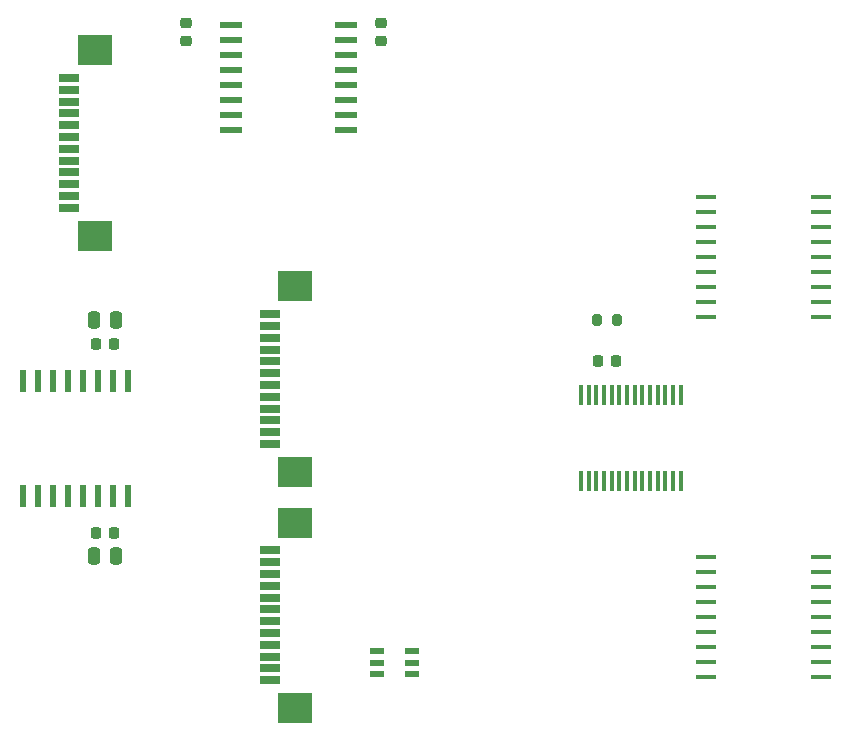
<source format=gbr>
%TF.GenerationSoftware,KiCad,Pcbnew,9.0.0*%
%TF.CreationDate,2025-03-09T10:59:44+03:00*%
%TF.ProjectId,PM_CNV-DQ16_src,504d5f43-4e56-42d4-9451-31365f737263,rev?*%
%TF.SameCoordinates,Original*%
%TF.FileFunction,Paste,Top*%
%TF.FilePolarity,Positive*%
%FSLAX46Y46*%
G04 Gerber Fmt 4.6, Leading zero omitted, Abs format (unit mm)*
G04 Created by KiCad (PCBNEW 9.0.0) date 2025-03-09 10:59:44*
%MOMM*%
%LPD*%
G01*
G04 APERTURE LIST*
G04 Aperture macros list*
%AMRoundRect*
0 Rectangle with rounded corners*
0 $1 Rounding radius*
0 $2 $3 $4 $5 $6 $7 $8 $9 X,Y pos of 4 corners*
0 Add a 4 corners polygon primitive as box body*
4,1,4,$2,$3,$4,$5,$6,$7,$8,$9,$2,$3,0*
0 Add four circle primitives for the rounded corners*
1,1,$1+$1,$2,$3*
1,1,$1+$1,$4,$5*
1,1,$1+$1,$6,$7*
1,1,$1+$1,$8,$9*
0 Add four rect primitives between the rounded corners*
20,1,$1+$1,$2,$3,$4,$5,0*
20,1,$1+$1,$4,$5,$6,$7,0*
20,1,$1+$1,$6,$7,$8,$9,0*
20,1,$1+$1,$8,$9,$2,$3,0*%
G04 Aperture macros list end*
%ADD10R,1.716000X0.450800*%
%ADD11RoundRect,0.250000X-0.250000X-0.475000X0.250000X-0.475000X0.250000X0.475000X-0.250000X0.475000X0*%
%ADD12R,1.803400X0.635000*%
%ADD13R,2.997200X2.590800*%
%ADD14RoundRect,0.225000X0.225000X0.250000X-0.225000X0.250000X-0.225000X-0.250000X0.225000X-0.250000X0*%
%ADD15R,1.181100X0.558800*%
%ADD16RoundRect,0.225000X-0.250000X0.225000X-0.250000X-0.225000X0.250000X-0.225000X0.250000X0.225000X0*%
%ADD17RoundRect,0.225000X-0.225000X-0.250000X0.225000X-0.250000X0.225000X0.250000X-0.225000X0.250000X0*%
%ADD18R,0.431800X1.655601*%
%ADD19R,1.854200X0.482600*%
%ADD20RoundRect,0.200000X0.200000X0.275000X-0.200000X0.275000X-0.200000X-0.275000X0.200000X-0.275000X0*%
%ADD21R,0.482600X1.854200*%
G04 APERTURE END LIST*
D10*
%TO.C,U6*%
X20389202Y25400000D03*
X20389202Y24130000D03*
X20389202Y22860000D03*
X20389202Y21590000D03*
X20389202Y20320000D03*
X20389202Y19050000D03*
X20389202Y17780000D03*
X20389202Y16510000D03*
X20389202Y15240000D03*
X30090798Y15240000D03*
X30090798Y16510000D03*
X30090798Y17780000D03*
X30090798Y19050000D03*
X30090798Y20320000D03*
X30090798Y21590000D03*
X30090798Y22860000D03*
X30090798Y24130000D03*
X30090798Y25400000D03*
%TD*%
D11*
%TO.C,C5*%
X-31450000Y-5000000D03*
X-29550000Y-5000000D03*
%TD*%
D12*
%TO.C,J1*%
X-33556000Y24500008D03*
X-33556000Y25500006D03*
X-33556000Y26500004D03*
X-33556000Y27500002D03*
X-33556000Y28500000D03*
X-33556000Y29500000D03*
X-33556000Y30500000D03*
X-33556000Y31500000D03*
X-33556000Y32499998D03*
X-33556000Y33499996D03*
X-33556000Y34499994D03*
X-33556000Y35499992D03*
D13*
X-31385999Y22149997D03*
X-31385999Y37850003D03*
%TD*%
D14*
%TO.C,C7*%
X12775000Y11500000D03*
X11225000Y11500000D03*
%TD*%
D15*
%TO.C,U10*%
X-4533150Y-14950001D03*
X-4533150Y-14000000D03*
X-4533150Y-13049999D03*
X-7466850Y-13049999D03*
X-7466850Y-14000000D03*
X-7466850Y-14950001D03*
%TD*%
D16*
%TO.C,C1*%
X-23655000Y40145000D03*
X-23655000Y38595000D03*
%TD*%
D12*
%TO.C,J4*%
X-16556000Y-15499992D03*
X-16556000Y-14499994D03*
X-16556000Y-13499996D03*
X-16556000Y-12499998D03*
X-16556000Y-11500000D03*
X-16556000Y-10500000D03*
X-16556000Y-9500000D03*
X-16556000Y-8500000D03*
X-16556000Y-7500002D03*
X-16556000Y-6500004D03*
X-16556000Y-5500006D03*
X-16556000Y-4500008D03*
D13*
X-14385999Y-17850003D03*
X-14385999Y-2149997D03*
%TD*%
D10*
%TO.C,U7*%
X20389202Y-5080000D03*
X20389202Y-6350000D03*
X20389202Y-7620000D03*
X20389202Y-8890000D03*
X20389202Y-10160000D03*
X20389202Y-11430000D03*
X20389202Y-12700000D03*
X20389202Y-13970000D03*
X20389202Y-15240000D03*
X30090798Y-15240000D03*
X30090798Y-13970000D03*
X30090798Y-12700000D03*
X30090798Y-11430000D03*
X30090798Y-10160000D03*
X30090798Y-8890000D03*
X30090798Y-7620000D03*
X30090798Y-6350000D03*
X30090798Y-5080000D03*
%TD*%
D17*
%TO.C,C3*%
X-31275000Y13000000D03*
X-29725000Y13000000D03*
%TD*%
D18*
%TO.C,U3*%
X18225000Y8627801D03*
X17574999Y8627801D03*
X16925000Y8627801D03*
X16274999Y8627801D03*
X15625001Y8627801D03*
X14974999Y8627801D03*
X14325001Y8627801D03*
X13675002Y8627801D03*
X13025001Y8627801D03*
X12375002Y8627801D03*
X11725001Y8627801D03*
X11075002Y8627801D03*
X10425001Y8627801D03*
X9775002Y8627801D03*
X9775000Y1372199D03*
X10425001Y1372199D03*
X11075000Y1372199D03*
X11725001Y1372199D03*
X12374999Y1372199D03*
X13025001Y1372199D03*
X13674999Y1372199D03*
X14325001Y1372199D03*
X14974999Y1372199D03*
X15625001Y1372199D03*
X16274999Y1372199D03*
X16925000Y1372199D03*
X17574999Y1372199D03*
X18225000Y1372199D03*
%TD*%
D11*
%TO.C,C4*%
X-31450000Y15000000D03*
X-29550000Y15000000D03*
%TD*%
D19*
%TO.C,U4*%
X-19876800Y40005000D03*
X-19876800Y38735000D03*
X-19876800Y37465000D03*
X-19876800Y36195000D03*
X-19876800Y34925000D03*
X-19876800Y33655000D03*
X-19876800Y32385000D03*
X-19876800Y31115000D03*
X-10123200Y31115000D03*
X-10123200Y32385000D03*
X-10123200Y33655000D03*
X-10123200Y34925000D03*
X-10123200Y36195000D03*
X-10123200Y37465000D03*
X-10123200Y38735000D03*
X-10123200Y40005000D03*
%TD*%
D12*
%TO.C,J2*%
X-16556000Y4500008D03*
X-16556000Y5500006D03*
X-16556000Y6500004D03*
X-16556000Y7500002D03*
X-16556000Y8500000D03*
X-16556000Y9500000D03*
X-16556000Y10500000D03*
X-16556000Y11500000D03*
X-16556000Y12499998D03*
X-16556000Y13499996D03*
X-16556000Y14499994D03*
X-16556000Y15499992D03*
D13*
X-14385999Y2149997D03*
X-14385999Y17850003D03*
%TD*%
D17*
%TO.C,C6*%
X-31275000Y-3000000D03*
X-29725000Y-3000000D03*
%TD*%
D20*
%TO.C,R1*%
X12825000Y15000000D03*
X11175000Y15000000D03*
%TD*%
D21*
%TO.C,U5*%
X-28555000Y9876800D03*
X-29825000Y9876800D03*
X-31095000Y9876800D03*
X-32365000Y9876800D03*
X-33635000Y9876800D03*
X-34905000Y9876800D03*
X-36175000Y9876800D03*
X-37445000Y9876800D03*
X-37445000Y123200D03*
X-36175000Y123200D03*
X-34905000Y123200D03*
X-33635000Y123200D03*
X-32365000Y123200D03*
X-31095000Y123200D03*
X-29825000Y123200D03*
X-28555000Y123200D03*
%TD*%
D16*
%TO.C,C2*%
X-7145000Y40145000D03*
X-7145000Y38595000D03*
%TD*%
M02*

</source>
